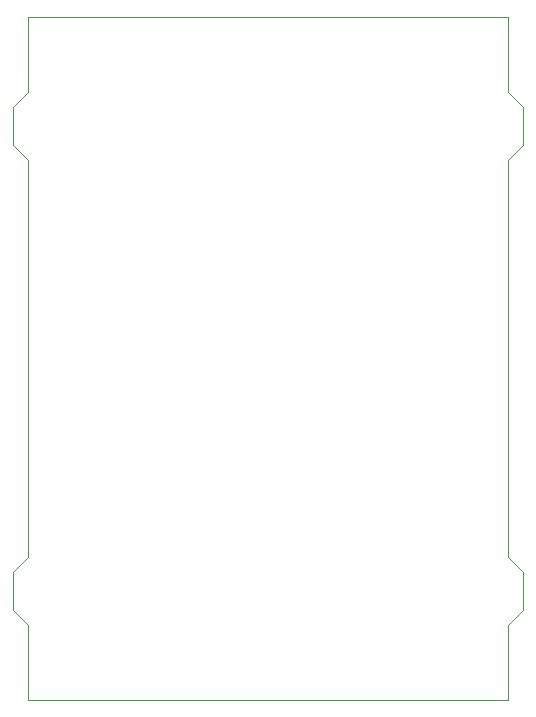
<source format=gbr>
%TF.GenerationSoftware,KiCad,Pcbnew,(5.1.10)-1*%
%TF.CreationDate,2021-12-14T17:34:47+01:00*%
%TF.ProjectId,SmartScale,536d6172-7453-4636-916c-652e6b696361,0.3*%
%TF.SameCoordinates,Original*%
%TF.FileFunction,Profile,NP*%
%FSLAX46Y46*%
G04 Gerber Fmt 4.6, Leading zero omitted, Abs format (unit mm)*
G04 Created by KiCad (PCBNEW (5.1.10)-1) date 2021-12-14 17:34:47*
%MOMM*%
%LPD*%
G01*
G04 APERTURE LIST*
%TA.AperFunction,Profile*%
%ADD10C,0.050000*%
%TD*%
G04 APERTURE END LIST*
D10*
X180340000Y-135890000D02*
X180340000Y-102235000D01*
X180340000Y-147955000D02*
X180340000Y-141605000D01*
X139700000Y-147955000D02*
X180340000Y-147955000D01*
X139700000Y-141605000D02*
X139700000Y-147955000D01*
X139700000Y-102235000D02*
X139700000Y-135890000D01*
X139700000Y-90170000D02*
X139700000Y-96520000D01*
X180340000Y-90170000D02*
X139700000Y-90170000D01*
X180340000Y-96520000D02*
X180340000Y-90170000D01*
X138430000Y-97790000D02*
X139700000Y-96520000D01*
X138430000Y-100965000D02*
X138430000Y-97790000D01*
X139700000Y-102235000D02*
X138430000Y-100965000D01*
X138430000Y-137160000D02*
X139700000Y-135890000D01*
X138430000Y-140335000D02*
X138430000Y-137160000D01*
X139700000Y-141605000D02*
X138430000Y-140335000D01*
X181610000Y-137160000D02*
X180340000Y-135890000D01*
X181610000Y-140335000D02*
X181610000Y-137160000D01*
X180340000Y-141605000D02*
X181610000Y-140335000D01*
X181610000Y-100965000D02*
X180340000Y-102235000D01*
X181610000Y-97790000D02*
X181610000Y-100965000D01*
X180340000Y-96520000D02*
X181610000Y-97790000D01*
M02*

</source>
